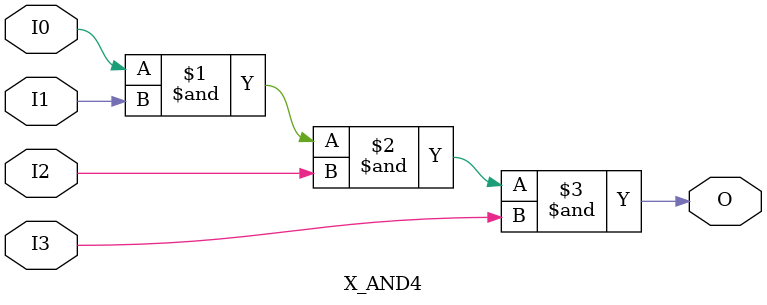
<source format=v>

`timescale 1 ps/1 ps

module X_AND4 (O, I0, I1, I2, I3);

  parameter LOC = "UNPLACED";
  output O;
  input I0, I1, I2, I3;

  and (O, I0, I1, I2, I3);

  specify

	(I0 => O) = (0:0:0, 0:0:0);
	(I1 => O) = (0:0:0, 0:0:0);
	(I2 => O) = (0:0:0, 0:0:0);
	(I3 => O) = (0:0:0, 0:0:0);
	specparam PATHPULSE$ = 0;

  endspecify

endmodule

</source>
